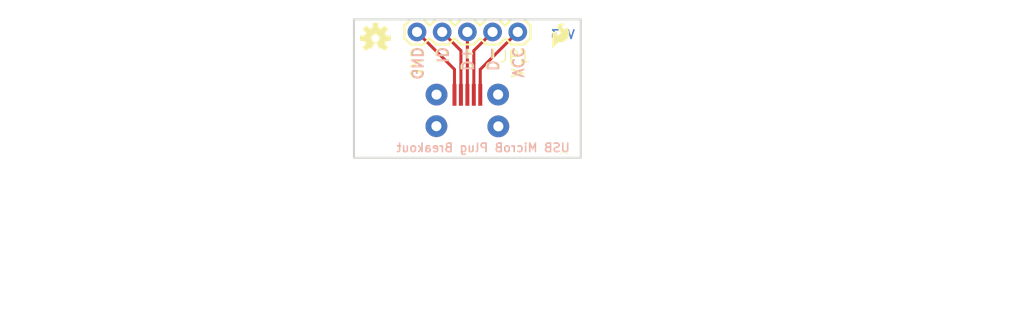
<source format=kicad_pcb>
(kicad_pcb (version 20211014) (generator pcbnew)
  (layers (0 "F.Cu" signal) (31 "B.Cu" signal) (34 "B.Paste" user) (35 "F.Paste" user) (36 "B.SilkS" user "B.Silkscreen") (37 "F.SilkS" user "F.Silkscreen") (38 "B.Mask" user) (39 "F.Mask" user) (44 "Edge.Cuts" user))
  (net 0 "")
  (net 1 "N$1")
  (net 2 "N$2")
  (net 3 "N$3")
  (net 4 "N$4")
  (net 5 "N$5")
  (footprint "boardEagle:SFE_LOGO_FLAME_.1" (layer "F.Cu") (at 156.7561 101.3206)
    (fp_text reference "LOGO2" hide)
    (fp_text value "SFE_LOGO_FLAME.1_INCH" hide)
    (fp_poly (pts (xy 1.401686 -2.874747) (xy 1.542639 -2.804271) (xy 1.583284 -2.773787) (xy 1.602071 -2.755) (xy 1.57882 -2.755) (xy 1.55882 -2.765) (xy 1.500617 -2.765) (xy 1.461097 -2.75512) (xy 1.411636 -2.745228) (xy 1.37264 -2.72573) (xy 1.333685 -2.696514) (xy 1.314332 -2.667484) (xy 1.30463 -2.64808) (xy 1.295 -2.61919) (xy 1.295 -2.560617) (xy 1.304641 -2.522052) (xy 1.343884 -2.463188) (xy 1.403288 -2.403784) (xy 1.442888 -2.374084) (xy 1.472516 -2.354332) (xy 1.511743 -2.334719) (xy 1.590617 -2.315) (xy 1.61919 -2.315) (xy 1.647297 -2.324369) (xy 1.675892 -2.352964) (xy 1.68537 -2.37192) (xy 1.695 -2.40081) (xy 1.695 -2.499021) (xy 1.78326 -2.443859) (xy 1.864003 -2.353022) (xy 1.934549 -2.242165) (xy 1.984851 -2.091257) (xy 2.015027 -1.930319) (xy 2.004962 -1.759209) (xy 1.954676 -1.56812) (xy 1.854184 -1.387235) (xy 1.783756 -1.296685) (xy 1.703418 -1.216347) (xy 1.622956 -1.145943) (xy 1.522229 -1.085506) (xy 1.421591 -1.045251) (xy 1.311072 -1.01511) (xy 1.190414 -0.995) (xy 1.000414 -0.995) (xy 0.941757 -0.985224) (xy 0.843104 -0.926032) (xy 0.743664 -0.826592) (xy 0.623671 -0.6866) (xy 0.503691 -0.566619) (xy 0.453696 -0.506625) (xy 0.403968 -0.456896) (xy 0.373971 -0.4069) (xy 0.315 -0.347929) (xy 0.315 -1.730311) (xy 0.325086 -1.811003) (xy 0.345373 -1.882007) (xy 0.406175 -1.983343) (xy 0.456938 -2.023953) (xy 0.497529 -2.054397) (xy 0.548569 -2.074813) (xy 0.599098 -2.084919) (xy 0.659586 -2.095) (xy 0.78118 -2.095) (xy 0.828441 -2.07137) (xy 0.812962 -2.055891) (xy 0.771918 -2.035369) (xy 0.742703 -2.025631) (xy 0.684369 -1.967297) (xy 0.675 -1.93919) (xy 0.675 -1.90081) (xy 0.684531 -1.872218) (xy 0.703884 -1.843188) (xy 0.762812 -1.78426) (xy 0.811428 -1.764814) (xy 0.860496 -1.755) (xy 0.939383 -1.755) (xy 1.017948 -1.774641) (xy 1.076582 -1.813731) (xy 1.115539 -1.862427) (xy 1.135 -1.92081) (xy 1.135 -1.989092) (xy 1.105698 -2.06723) (xy 1.036361 -2.136568) (xy 0.95625 -2.226693) (xy 0.885887 -2.307107) (xy 0.835277 -2.398207) (xy 0.815 -2.489451) (xy 0.815 -2.570811) (xy 0.845445 -2.662146) (xy 0.89623 -2.743402) (xy 0.98725 -2.814195) (xy 1.098313 -2.874775) (xy 1.209549 -2.895) (xy 1.310549 -2.895)) (layer "F.SilkS") (width 0) (fill solid))
  )
  (footprint "boardEagle:MICRO-B-SMT" (layer "F.Cu") (at 148.5011 105.6386 180)
    (fp_text reference "JP2" (at -10.29 -5.58 180) (layer "F.SilkS") (effects (font (size 0.373888 0.373888) (thickness 0.032512)) (justify right top)))
    (fp_text value "USB Micro B Plug")
    (pad "" np_thru_hole circle (at -8.275 -2.17 180) (size 3.3 3.3) (drill 3.3) (layers *.Cu *.Mask))
    (pad "" np_thru_hole circle (at 8.275 -2.17 180) (size 3.3 3.3) (drill 3.3) (layers *.Cu *.Mask))
    (pad "1" smd rect (at -1.3 0 270) (size 2.2 0.4) (layers "F.Cu" "F.Paste" "F.Mask") (net 1 "N$1"))
    (pad "2" smd rect (at -0.65 0 270) (size 2.2 0.4) (layers "F.Cu" "F.Paste" "F.Mask") (net 2 "N$2"))
    (pad "3" smd rect (at 0 0 270) (size 2.2 0.4) (layers "F.Cu" "F.Paste" "F.Mask") (net 3 "N$3"))
    (pad "4" smd rect (at 0.65 0 270) (size 2.2 0.4) (layers "F.Cu" "F.Paste" "F.Mask") (net 4 "N$4"))
    (pad "5" smd rect (at 1.3 0 270) (size 2.2 0.4) (layers "F.Cu" "F.Paste" "F.Mask") (net 5 "N$5"))
    (pad "P$6" thru_hole circle (at -3.120531 -3.183018 270) (size 2.2 2.2) (drill 1.016) (layers *.Cu *.Mask))
    (pad "P$7" thru_hole circle (at -3.097921 0.026921 270) (size 2.2 2.2) (drill 1.016) (layers *.Cu *.Mask))
    (pad "P$8" thru_hole circle (at 3.1218 -3.160159 270) (size 2.2 2.2) (drill 1.016) (layers *.Cu *.Mask))
    (pad "P$9" thru_hole circle (at 3.107831 0.025656 270) (size 2.2 2.2) (drill 1.016) (layers *.Cu *.Mask))
  )
  (footprint "boardEagle:CREATIVE_COMMONS" (layer "F.Cu") (at 121.707044 124.1806)
    (fp_text reference "FRAME1" hide)
    (fp_text value "FRAME-LETTER" hide)
  )
  (footprint "boardEagle:1X05" (layer "F.Cu") (at 153.5811 99.2886 180)
    (fp_text reference "JP1" (at -1.3462 -1.8288 180) (layer "F.SilkS") (effects (font (size 1.143 1.143) (thickness 0.127)) (justify right top)))
    (fp_text value "")
    (fp_line (start 11.43 0.635) (end 10.795 1.27) (layer "F.SilkS") (width 0.2032))
    (fp_line (start 1.905 -1.27) (end 3.175 -1.27) (layer "F.SilkS") (width 0.2032))
    (fp_line (start 0.635 -1.27) (end 1.27 -0.635) (layer "F.SilkS") (width 0.2032))
    (fp_line (start 1.27 0.635) (end 0.635 1.27) (layer "F.SilkS") (width 0.2032))
    (fp_line (start 9.525 -1.27) (end 10.795 -1.27) (layer "F.SilkS") (width 0.2032))
    (fp_line (start 3.81 0.635) (end 3.175 1.27) (layer "F.SilkS") (width 0.2032))
    (fp_line (start 8.255 1.27) (end 6.985 1.27) (layer "F.SilkS") (width 0.2032))
    (fp_line (start 3.175 -1.27) (end 3.81 -0.635) (layer "F.SilkS") (width 0.2032))
    (fp_line (start 3.175 1.27) (end 1.905 1.27) (layer "F.SilkS") (width 0.2032))
    (fp_line (start 3.81 -0.635) (end 4.445 -1.27) (layer "F.SilkS") (width 0.2032))
    (fp_line (start 6.985 -1.27) (end 8.255 -1.27) (layer "F.SilkS") (width 0.2032))
    (fp_line (start 8.89 0.635) (end 8.255 1.27) (layer "F.SilkS") (width 0.2032))
    (fp_line (start 4.445 1.27) (end 3.81 0.635) (layer "F.SilkS") (width 0.2032))
    (fp_line (start 11.43 -0.635) (end 11.43 0.635) (layer "F.SilkS") (width 0.2032))
    (fp_line (start -1.27 -0.635) (end -1.27 0.635) (layer "F.SilkS") (width 0.2032))
    (fp_line (start 10.795 -1.27) (end 11.43 -0.635) (layer "F.SilkS") (width 0.2032))
    (fp_line (start 6.35 0.635) (end 5.715 1.27) (layer "F.SilkS") (width 0.2032))
    (fp_line (start 5.715 -1.27) (end 6.35 -0.635) (layer "F.SilkS") (width 0.2032))
    (fp_line (start -0.635 -1.27) (end 0.635 -1.27) (layer "F.SilkS") (width 0.2032))
    (fp_line (start 1.905 1.27) (end 1.27 0.635) (layer "F.SilkS") (width 0.2032))
    (fp_line (start 6.35 0.635) (end 6.985 1.27) (layer "F.SilkS") (width 0.2032))
    (fp_line (start -0.635 -1.27) (end -1.27 -0.635) (layer "F.SilkS") (width 0.2032))
    (fp_line (start 8.255 -1.27) (end 8.89 -0.635) (layer "F.SilkS") (width 0.2032))
    (fp_line (start 4.445 -1.27) (end 5.715 -1.27) (layer "F.SilkS") (width 0.2032))
    (fp_line (start 9.525 1.27) (end 8.89 0.635) (layer "F.SilkS") (width 0.2032))
    (fp_line (start 5.715 1.27) (end 4.445 1.27) (layer "F.SilkS") (width 0.2032))
    (fp_line (start 6.985 -1.27) (end 6.35 -0.635) (layer "F.SilkS") (width 0.2032))
    (fp_line (start 8.89 -0.635) (end 9.525 -1.27) (layer "F.SilkS") (width 0.2032))
    (fp_line (start -1.27 0.635) (end -0.635 1.27) (layer "F.SilkS") (width 0.2032))
    (fp_line (start 0.635 1.27) (end -0.635 1.27) (layer "F.SilkS") (width 0.2032))
    (fp_line (start 10.795 1.27) (end 9.525 1.27) (layer "F.SilkS") (width 0.2032))
    (fp_line (start 1.27 -0.635) (end 1.905 -1.27) (layer "F.SilkS") (width 0.2032))
    (pad "1" thru_hole circle (at 0 0 270) (size 1.8796 1.8796) (drill 1.016) (layers *.Cu *.Mask) (net 1 "N$1"))
    (pad "2" thru_hole circle (at 2.54 0 270) (size 1.8796 1.8796) (drill 1.016) (layers *.Cu *.Mask) (net 2 "N$2"))
    (pad "3" thru_hole circle (at 5.08 0 270) (size 1.8796 1.8796) (drill 1.016) (layers *.Cu *.Mask) (net 3 "N$3"))
    (pad "4" thru_hole circle (at 7.62 0 270) (size 1.8796 1.8796) (drill 1.016) (layers *.Cu *.Mask) (net 4 "N$4"))
    (pad "5" thru_hole circle (at 10.16 0 270) (size 1.8796 1.8796) (drill 1.016) (layers *.Cu *.Mask) (net 5 "N$5"))
  )
  (footprint "boardEagle:OSHW-LOGO-S" (layer "F.Cu") (at 139.2301 99.9236)
    (fp_text reference "LOGO1" hide)
    (fp_text value "OSHW-LOGOS" hide)
    (fp_poly (pts (xy 0.301647 -1.061351) (xy 0.42347 -1.022344) (xy 0.537177 -0.963769) (xy 0.92862 -1.282946) (xy 1.282946 -0.92862) (xy 0.961035 -0.533823) (xy 1.057046 -0.302084) (xy 1.5638 -0.250561) (xy 1.5638 0.250561) (xy 1.057046 0.302084) (xy 0.961035 0.533823) (xy 1.282946 0.92862) (xy 0.92862 1.282946) (xy 0.537177 0.96377) (xy 0.356601 1.056794) (xy 0.088679 0.410073) (xy 0.326262 0.2176) (xy 0.373649 0.121468) (xy 0.392729 0.010339) (xy 0.379464 -0.101634) (xy 0.334947 -0.205229) (xy 0.262842 -0.291918) (xy 0.169087 -0.354561) (xy 0.061406 -0.387999) (xy -0.051342 -0.38948) (xy -0.159868 -0.358881) (xy -0.255234 -0.298724) (xy -0.329589 -0.213962) (xy -0.376813 -0.111569) (xy -0.392176 -0.005767) (xy -0.322923 0.222565) (xy -0.249312 0.303773) (xy 0.091677 0.5081) (xy -0.12929 0.5081) (xy -0.355332 1.053732) (xy -0.506597 0.983577) (xy -0.538922 0.965192) (xy -0.92862 1.282946) (xy -1.282946 0.92862) (xy -0.961035 0.533823) (xy -1.057046 0.302084) (xy -1.5638 0.250561) (xy -1.5638 -0.250561) (xy -1.057046 -0.302084) (xy -0.961035 -0.533823) (xy -1.282946 -0.92862) (xy -0.92862 -1.282946) (xy -0.533823 -0.961035) (xy -0.302084 -1.057046) (xy -0.250561 -1.5638) (xy 0.250561 -1.5638)) (layer "F.SilkS") (width 0) (fill solid))
  )
  (gr_line (start 159.9311 111.9886) (end 137.0711 111.9886) (layer "Edge.Cuts") (width 0.2032))
  (gr_line (start 137.0711 98.0186) (end 159.9311 98.0186) (layer "Edge.Cuts") (width 0.2032))
  (gr_line (start 137.0711 111.9886) (end 137.0711 98.0186) (layer "Edge.Cuts") (width 0.2032))
  (gr_line (start 159.9311 98.0186) (end 159.9311 111.9886) (layer "Edge.Cuts") (width 0.2032))
  (gr_text "V13" (at 159.4231 100.0506) (layer "B.Cu") (effects (font (size 0.8636 0.8636) (thickness 0.1524)) (justify left bottom mirror)))
  (gr_text "GND" (at 144.0561 100.6856 -90) (layer "B.SilkS") (effects (font (size 1.0795 1.0795) (thickness 0.1905)) (justify right top mirror)))
  (gr_text "VCC" (at 154.2161 100.6856 -90) (layer "B.SilkS") (effects (font (size 1.0795 1.0795) (thickness 0.1905)) (justify right top mirror)))
  (gr_text "D-" (at 151.6761 100.6856 -90) (layer "B.SilkS") (effects (font (size 1.0795 1.0795) (thickness 0.1905)) (justify right top mirror)))
  (gr_text "USB MicroB Plug Breakout" (at 158.9151 111.4806) (layer "B.SilkS") (effects (font (size 0.8636 0.8636) (thickness 0.1524)) (justify left bottom mirror)))
  (gr_text "D+" (at 149.1361 100.6856 -90) (layer "B.SilkS") (effects (font (size 1.0795 1.0795) (thickness 0.1905)) (justify right top mirror)))
  (gr_text "ID" (at 146.5961 100.6856 -90) (layer "B.SilkS") (effects (font (size 1.0795 1.0795) (thickness 0.1905)) (justify right top mirror)))
  (gr_text "GND" (at 142.7861 100.6856 90) (layer "F.SilkS") (effects (font (size 1.0795 1.0795) (thickness 0.1905)) (justify right top)))
  (gr_text "VCC" (at 152.9461 100.6856 90) (layer "F.SilkS") (effects (font (size 1.0795 1.0795) (thickness 0.1905)) (justify right top)))
  (gr_text "D+" (at 147.8661 100.6856 90) (layer "F.SilkS") (effects (font (size 1.0795 1.0795) (thickness 0.1905)) (justify right top)))
  (gr_text "ID" (at 145.3261 100.6856 90) (layer "F.SilkS") (effects (font (size 1.0795 1.0795) (thickness 0.1905)) (justify right top)))
  (gr_text "D-" (at 150.4061 100.6856 90) (layer "F.SilkS") (effects (font (size 1.0795 1.0795) (thickness 0.1905)) (justify right top)))
  (segment (start 149.8011 104.3386) (end 149.8011 103.0686) (width 0.3048) (layer "F.Cu") (net 1))
  (segment (start 149.8011 105.6386) (end 149.8011 104.3386) (width 0.3048) (layer "F.Cu") (net 1))
  (segment (start 149.8011 103.0686) (end 153.5811 99.2886) (width 0.3048) (layer "F.Cu") (net 1))
  (segment (start 149.1511 105.6386) (end 149.1511 102.4486) (width 0.3048) (layer "F.Cu") (net 2))
  (segment (start 149.1511 101.1786) (end 151.0411 99.2886) (width 0.3048) (layer "F.Cu") (net 2))
  (segment (start 149.1511 102.4486) (end 149.1511 101.1786) (width 0.3048) (layer "F.Cu") (net 2))
  (segment (start 148.5011 105.6386) (end 148.5011 99.2886) (width 0.3048) (layer "F.Cu") (net 3))
  (segment (start 147.8511 105.6386) (end 147.8511 102.4486) (width 0.3048) (layer "F.Cu") (net 4))
  (segment (start 147.8511 101.1786) (end 145.9611 99.2886) (width 0.3048) (layer "F.Cu") (net 4))
  (segment (start 147.8511 102.4486) (end 147.8511 101.1786) (width 0.3048) (layer "F.Cu") (net 4))
  (segment (start 147.2011 104.3386) (end 147.2011 103.0686) (width 0.3048) (layer "F.Cu") (net 5))
  (segment (start 147.2011 103.0686) (end 143.4211 99.2886) (width 0.3048) (layer "F.Cu") (net 5))
  (segment (start 147.2011 105.6386) (end 147.2011 104.3386) (width 0.3048) (layer "F.Cu") (net 5))
)
</source>
